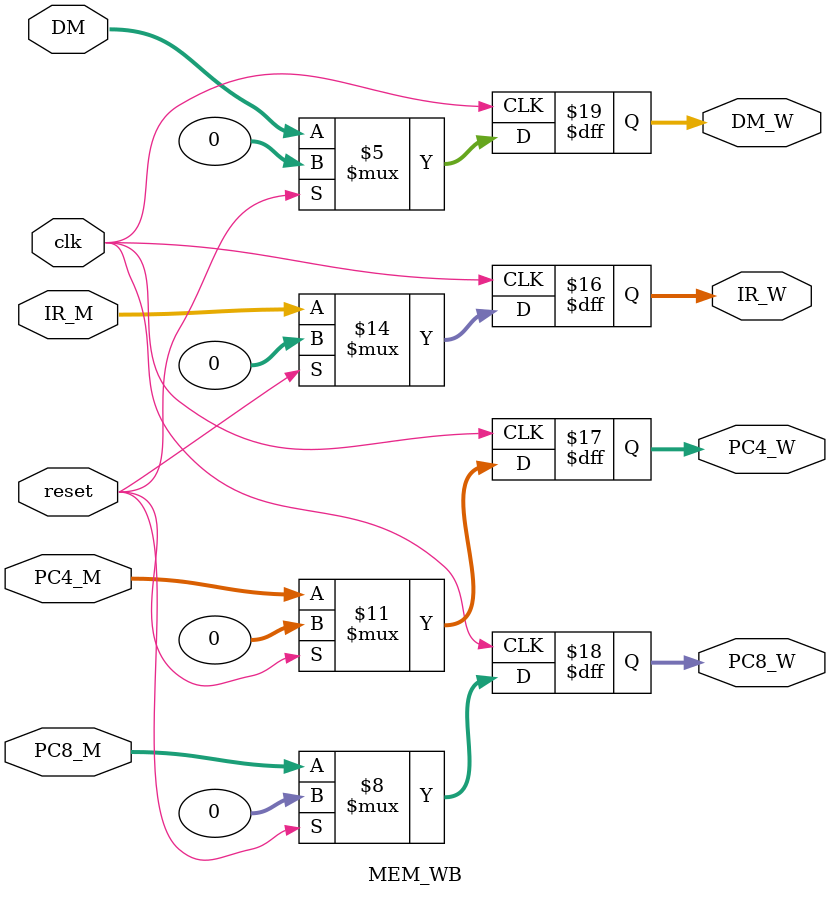
<source format=v>
`timescale 1ns / 1ps
module MEM_WB(
	 input clk,
	 input reset,
	 input [31:0] PC4_M,
	 input [31:0] PC8_M,
	 input [31:0] DM,
	 input [31:0] IR_M,
	 output reg [31:0] IR_W,
	 output reg [31:0] PC4_W,
	 output reg [31:0] PC8_W,
	 output reg [31:0] DM_W
    );
	 initial
	 begin
		IR_W = 0;
		PC4_W = 0;
		PC8_W = 0;
		DM_W = 0;
	 end
	 always @(posedge clk)
	 begin
		if(reset==1)
		begin
			IR_W <= 0;
			PC4_W <= 0;
			PC8_W <= 0;
			DM_W <= 0;
		end
		else
		begin
			IR_W <= IR_M;
			PC4_W <= PC4_M;
			PC8_W <= PC8_M;
			DM_W <= DM;
		end
	 end
endmodule

</source>
